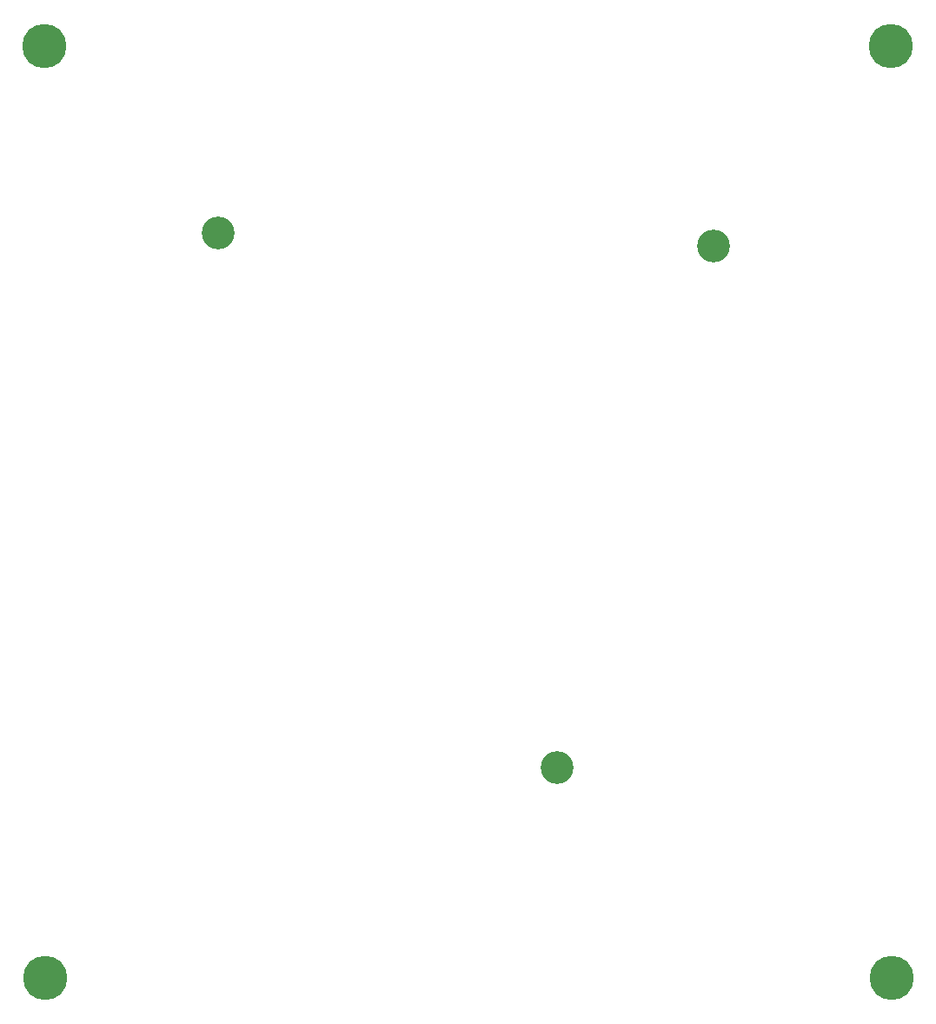
<source format=gbr>
%TF.GenerationSoftware,KiCad,Pcbnew,9.0.2*%
%TF.CreationDate,2025-06-17T11:51:51-07:00*%
%TF.ProjectId,Revision01,52657669-7369-46f6-9e30-312e6b696361,A*%
%TF.SameCoordinates,PX692bd40PY908ed60*%
%TF.FileFunction,NonPlated,1,4,NPTH,Drill*%
%TF.FilePolarity,Positive*%
%FSLAX46Y46*%
G04 Gerber Fmt 4.6, Leading zero omitted, Abs format (unit mm)*
G04 Created by KiCad (PCBNEW 9.0.2) date 2025-06-17 11:51:51*
%MOMM*%
%LPD*%
G01*
G04 APERTURE LIST*
%TA.AperFunction,ComponentDrill*%
%ADD10C,3.200000*%
%TD*%
%TA.AperFunction,ComponentDrill*%
%ADD11C,4.300000*%
%TD*%
G04 APERTURE END LIST*
D10*
%TO.C,U1*%
X25850000Y80430000D03*
X58870000Y28360000D03*
X74110000Y79160000D03*
D11*
%TO.C,H1*%
X8940000Y98630000D03*
%TO.C,H4*%
X9000000Y7900000D03*
%TO.C,H2*%
X91440000Y98630000D03*
%TO.C,H3*%
X91500000Y7900000D03*
M02*

</source>
